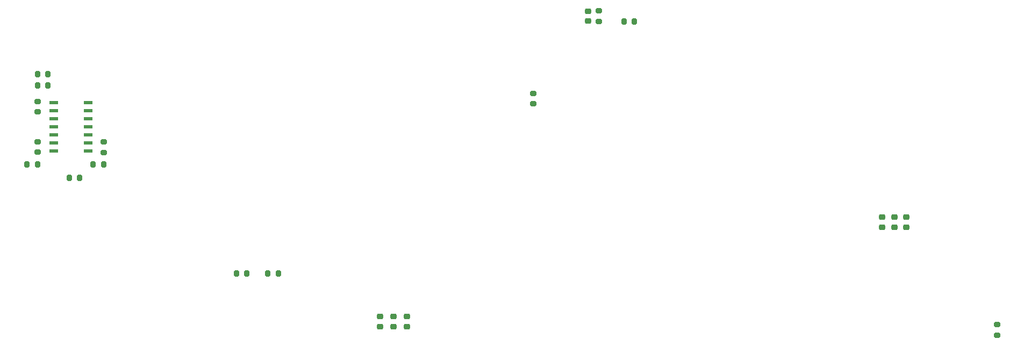
<source format=gbr>
%TF.GenerationSoftware,KiCad,Pcbnew,8.0.6*%
%TF.CreationDate,2024-12-30T11:40:10-05:00*%
%TF.ProjectId,SiPM_HV_Board,5369504d-5f48-4565-9f42-6f6172642e6b,rev?*%
%TF.SameCoordinates,Original*%
%TF.FileFunction,Paste,Bot*%
%TF.FilePolarity,Positive*%
%FSLAX46Y46*%
G04 Gerber Fmt 4.6, Leading zero omitted, Abs format (unit mm)*
G04 Created by KiCad (PCBNEW 8.0.6) date 2024-12-30 11:40:10*
%MOMM*%
%LPD*%
G01*
G04 APERTURE LIST*
G04 Aperture macros list*
%AMRoundRect*
0 Rectangle with rounded corners*
0 $1 Rounding radius*
0 $2 $3 $4 $5 $6 $7 $8 $9 X,Y pos of 4 corners*
0 Add a 4 corners polygon primitive as box body*
4,1,4,$2,$3,$4,$5,$6,$7,$8,$9,$2,$3,0*
0 Add four circle primitives for the rounded corners*
1,1,$1+$1,$2,$3*
1,1,$1+$1,$4,$5*
1,1,$1+$1,$6,$7*
1,1,$1+$1,$8,$9*
0 Add four rect primitives between the rounded corners*
20,1,$1+$1,$2,$3,$4,$5,0*
20,1,$1+$1,$4,$5,$6,$7,0*
20,1,$1+$1,$6,$7,$8,$9,0*
20,1,$1+$1,$8,$9,$2,$3,0*%
G04 Aperture macros list end*
%ADD10RoundRect,0.200000X0.200000X0.275000X-0.200000X0.275000X-0.200000X-0.275000X0.200000X-0.275000X0*%
%ADD11RoundRect,0.225000X0.250000X-0.225000X0.250000X0.225000X-0.250000X0.225000X-0.250000X-0.225000X0*%
%ADD12RoundRect,0.225000X-0.250000X0.225000X-0.250000X-0.225000X0.250000X-0.225000X0.250000X0.225000X0*%
%ADD13R,1.460500X0.533400*%
%ADD14RoundRect,0.200000X0.275000X-0.200000X0.275000X0.200000X-0.275000X0.200000X-0.275000X-0.200000X0*%
%ADD15RoundRect,0.200000X-0.200000X-0.275000X0.200000X-0.275000X0.200000X0.275000X-0.200000X0.275000X0*%
%ADD16RoundRect,0.200000X-0.275000X0.200000X-0.275000X-0.200000X0.275000X-0.200000X0.275000X0.200000X0*%
G04 APERTURE END LIST*
D10*
%TO.C,R28*%
X119434999Y-107480001D03*
X117785001Y-107479999D03*
%TD*%
%TO.C,R19*%
X91905000Y-90350000D03*
X90255000Y-90350000D03*
%TD*%
D11*
%TO.C,C9*%
X218345000Y-100205000D03*
X218345000Y-98655000D03*
%TD*%
%TO.C,C7*%
X214535000Y-100205000D03*
X214535000Y-98655000D03*
%TD*%
D12*
%TO.C,C6*%
X135460000Y-114300000D03*
X135460000Y-115850000D03*
%TD*%
D13*
%TO.C,U2*%
X89474150Y-80560000D03*
X89474150Y-81830000D03*
X89474150Y-83100000D03*
X89474150Y-84370000D03*
X89474150Y-85640000D03*
X89474150Y-86910000D03*
X89474150Y-88180000D03*
X84025850Y-88180000D03*
X84025850Y-86910000D03*
X84025850Y-85640000D03*
X84025850Y-84370000D03*
X84025850Y-83100000D03*
X84025850Y-81830000D03*
X84025850Y-80560000D03*
%TD*%
D14*
%TO.C,R9*%
X81481100Y-82035000D03*
X81481100Y-80385000D03*
%TD*%
D11*
%TO.C,C8*%
X216440000Y-100205000D03*
X216440000Y-98655000D03*
%TD*%
D15*
%TO.C,R8*%
X81486100Y-77890000D03*
X83136100Y-77890000D03*
%TD*%
D14*
%TO.C,R27*%
X232600000Y-117235000D03*
X232600000Y-115585000D03*
%TD*%
D12*
%TO.C,C4*%
X139700000Y-114300000D03*
X139700000Y-115850000D03*
%TD*%
%TO.C,C5*%
X137570000Y-114300000D03*
X137570000Y-115850000D03*
%TD*%
D16*
%TO.C,R21*%
X159590000Y-79125000D03*
X159590000Y-80775000D03*
%TD*%
D15*
%TO.C,R23*%
X173840000Y-67760000D03*
X175490000Y-67760000D03*
%TD*%
%TO.C,R13*%
X114485000Y-107480000D03*
X112835000Y-107480000D03*
%TD*%
D10*
%TO.C,R15*%
X81475000Y-90320000D03*
X79825000Y-90320000D03*
%TD*%
D16*
%TO.C,R14*%
X81481100Y-86735000D03*
X81481100Y-88385000D03*
%TD*%
D10*
%TO.C,R12*%
X88145000Y-92400000D03*
X86495000Y-92400000D03*
%TD*%
D16*
%TO.C,R18*%
X91891100Y-86765000D03*
X91891100Y-88415000D03*
%TD*%
D12*
%TO.C,C17*%
X168205000Y-66145000D03*
X168205000Y-67695000D03*
%TD*%
D16*
%TO.C,R22*%
X169885000Y-66105000D03*
X169885000Y-67755000D03*
%TD*%
D15*
%TO.C,R10*%
X81486100Y-76100000D03*
X83136100Y-76100000D03*
%TD*%
M02*

</source>
